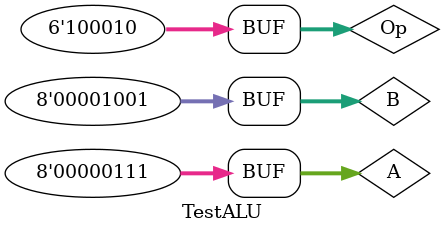
<source format=v>
`timescale 1ns / 1ps

module TestALU;

	// Inputs
	reg [5:0] Op;
	reg [7:0] A;
	reg [7:0] B;

	// Outputs
	wire [7:0] Leds;

	// Instantiate the Unit Under Test (UUT)
	ALU uut (
		.Op(Op), 
		.A(A), 
		.B(B), 
		.Leds(Leds)
	);

	initial begin
		// Initialize Inputs
		Op = 0;
		A = 0;
		B = 0;
		

		// Wait 100 ns for global reset to finish
		// Add stimulus here
		A=7;
		#25;
		B=2;
		#25;
		Op=32; //suma
		#50;
		Op=34; //resta
		#50;
		Op=36; //and
		#50;
		Op=37; //or
		#50;
		Op=38; //xor
		#50;
		A=128; 
		Op=3; //sra
		#50;
		Op=2; //srl
		#50;
		A=7; 
		Op=39; //nor
		#50;
		B=9;
		Op=34;
		#50;
		
		
	end
      
endmodule


</source>
